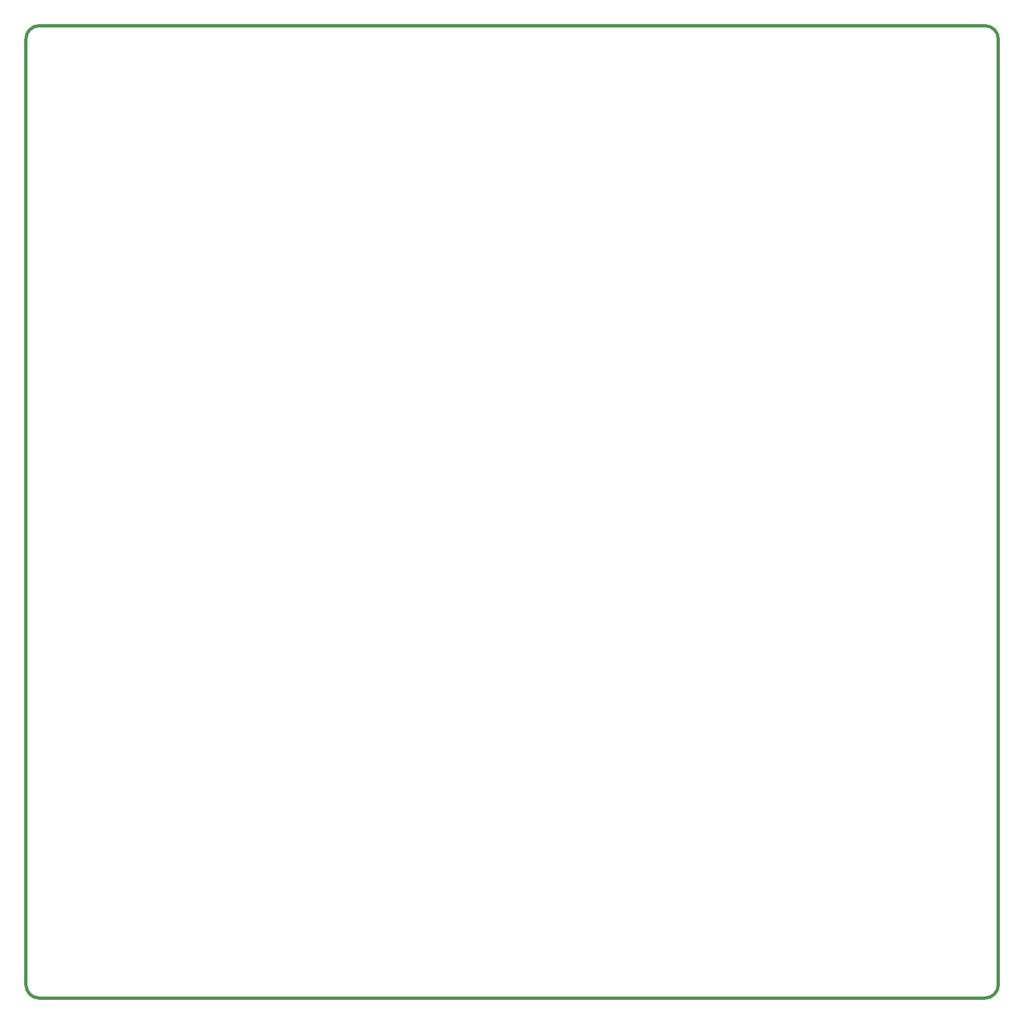
<source format=gbr>
%TF.GenerationSoftware,KiCad,Pcbnew,9.0.4*%
%TF.CreationDate,2025-11-21T09:49:58+00:00*%
%TF.ProjectId,PyBoardTester,5079426f-6172-4645-9465-737465722e6b,rev?*%
%TF.SameCoordinates,Original*%
%TF.FileFunction,AssemblyDrawing,Bot*%
%FSLAX46Y46*%
G04 Gerber Fmt 4.6, Leading zero omitted, Abs format (unit mm)*
G04 Created by KiCad (PCBNEW 9.0.4) date 2025-11-21 09:49:58*
%MOMM*%
%LPD*%
G01*
G04 APERTURE LIST*
%TA.AperFunction,Profile*%
%ADD10C,0.500000*%
%TD*%
G04 APERTURE END LIST*
D10*
X170000000Y-31000000D02*
X170000000Y-177000000D01*
X22000000Y-179000000D02*
G75*
G02*
X20000000Y-177000000I0J2000000D01*
G01*
X22000000Y-29000000D02*
X168000000Y-29000000D01*
X168000000Y-179000000D02*
X22000000Y-179000000D01*
X168000000Y-29000000D02*
G75*
G02*
X170000000Y-31000000I0J-2000000D01*
G01*
X20000000Y-177000000D02*
X20000000Y-31000000D01*
X170000000Y-177000000D02*
G75*
G02*
X168000000Y-179000000I-2000000J0D01*
G01*
X20000000Y-31000000D02*
G75*
G02*
X22000000Y-29000000I2000000J0D01*
G01*
M02*

</source>
